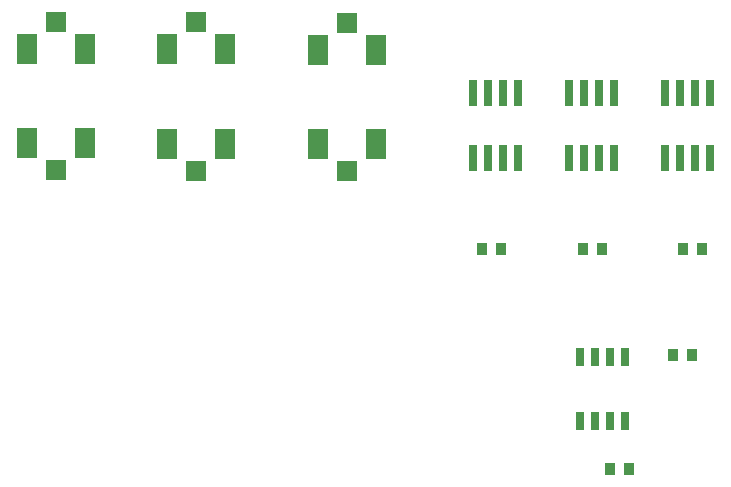
<source format=gtp>
G04*
G04 #@! TF.GenerationSoftware,Altium Limited,Altium Designer,19.1.7 (138)*
G04*
G04 Layer_Color=8421504*
%FSLAX25Y25*%
%MOIN*%
G70*
G01*
G75*
%ADD16R,0.02559X0.06004*%
%ADD17R,0.06693X0.10472*%
%ADD18R,0.06693X0.06693*%
%ADD19R,0.03150X0.08661*%
%ADD20R,0.03543X0.03937*%
D16*
X325100Y335523D02*
D03*
X330100D02*
D03*
X335100D02*
D03*
X340100D02*
D03*
Y356877D02*
D03*
X335100D02*
D03*
X330100D02*
D03*
X325100D02*
D03*
D17*
X140800Y459600D02*
D03*
X160091D02*
D03*
X140800Y428143D02*
D03*
X160091D02*
D03*
X206491Y427943D02*
D03*
X187200D02*
D03*
X206491Y459400D02*
D03*
X187200D02*
D03*
X257000Y427800D02*
D03*
X237709D02*
D03*
X257000Y459257D02*
D03*
X237709D02*
D03*
D18*
X150446Y419128D02*
D03*
Y468616D02*
D03*
X196846Y468416D02*
D03*
Y418928D02*
D03*
X247354Y468272D02*
D03*
Y418784D02*
D03*
D19*
X289200Y423200D02*
D03*
X294200D02*
D03*
X299200D02*
D03*
X304200D02*
D03*
X289200Y444853D02*
D03*
X304200D02*
D03*
X299200D02*
D03*
X294200D02*
D03*
X321177Y423200D02*
D03*
X326177D02*
D03*
X331177D02*
D03*
X336177D02*
D03*
X321177Y444853D02*
D03*
X336177D02*
D03*
X331177D02*
D03*
X326177D02*
D03*
X353154Y423200D02*
D03*
X358154D02*
D03*
X363154D02*
D03*
X368154D02*
D03*
X353154Y444853D02*
D03*
X368154D02*
D03*
X363154D02*
D03*
X358154D02*
D03*
D20*
X359450Y392800D02*
D03*
X365750D02*
D03*
X292400D02*
D03*
X298699D02*
D03*
X325925D02*
D03*
X332224D02*
D03*
X341400Y319400D02*
D03*
X335101D02*
D03*
X362400Y357400D02*
D03*
X356101D02*
D03*
M02*

</source>
